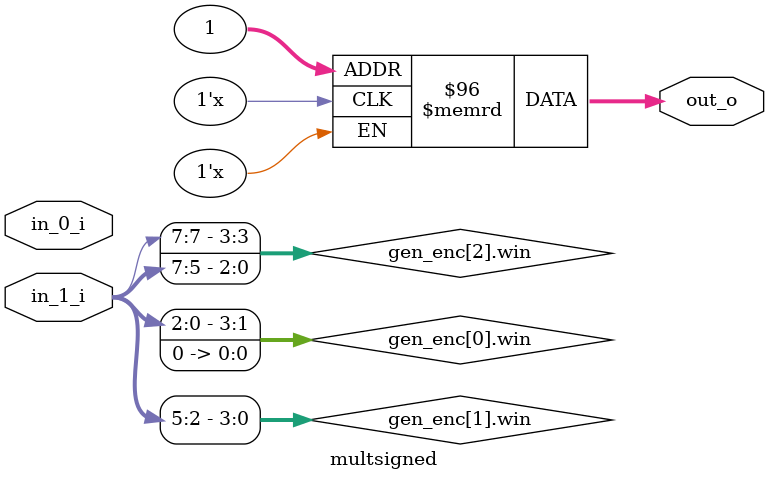
<source format=sv>

`timescale 1 ns/1 ps

module multsigned #(
    parameter int IN_SIZE_0 = 4,
    parameter int IN_SIZE_1 = 8
)(
    input  logic [            IN_SIZE_0-1:0] in_0_i, // A (multiplicand)
    input  logic [            IN_SIZE_1-1:0] in_1_i, // B (multiplier)
    output logic [(IN_SIZE_0+IN_SIZE_1)-1:0] out_o   // O (product)
);

    localparam int OUT_SIZE     = IN_SIZE_0 + IN_SIZE_1;
    localparam int NUM_ENCODERS = (IN_SIZE_1 + 2) / 3;

    // -------------------------------------------------------------------------
    // Internal signals
    // -------------------------------------------------------------------------
    logic [         3:0] m  [0:NUM_ENCODERS-1];
    logic [OUT_SIZE-1:0] e;

    logic [OUT_SIZE-1:0] s0 [0:NUM_ENCODERS-1];
    logic [OUT_SIZE-1:0] s1 [0:NUM_ENCODERS-1];
    logic [OUT_SIZE-1:0] s2 [0:NUM_ENCODERS-1];
    logic [OUT_SIZE-1:0] s3 [0:NUM_ENCODERS-1];

    logic [OUT_SIZE-1:0] x  [0:NUM_ENCODERS-1];
    logic [OUT_SIZE-1:0] w  [0:NUM_ENCODERS-1];

    // -------------------------------------------------------------------------
    // Safe access to multiplier bits
    // -------------------------------------------------------------------------
    function automatic logic bbit(input int idx);
        if (idx < 0) begin
            bbit = 1'b0;
        end else if (idx >= IN_SIZE_1) begin
            bbit = in_1_i[IN_SIZE_1-1];
        end else begin
            bbit = in_1_i[idx];
        end
    endfunction

    // -------------------------------------------------------------------------
    // Encoder generation (radix-8)
    // window i: {B[3i+2], B[3i+1], B[3i], B[3i-1]}
    // -------------------------------------------------------------------------
    genvar i;
    generate
      for (i = 0; i < NUM_ENCODERS; i++) begin : gen_enc
        logic [3:0] win;

        always_comb begin
          win = { bbit(3*i+2), bbit(3*i+1), bbit(3*i), bbit(3*i-1) };
        end

        Encoder encoder_i (
          .in_i  (win),
          .out_o (m[i])
        );
      end
    endgenerate

    // -------------------------------------------------------------------------
    // Extender + first multiple generator
    // -------------------------------------------------------------------------
    Extender #(
        .IN_SIZE(IN_SIZE_0),
        .OUT_SIZE(OUT_SIZE)
    ) extender_i (
        .in_i (in_0_i),
        .out_o(e)
    );

    Shifter1 #(
        .SIZE(OUT_SIZE)
    ) shifter1_i (
        .in_i   (e),
        .out_0_o(s0[0]),
        .out_1_o(s1[0]),
        .out_2_o(s2[0]),
        .out_3_o(s3[0])
    );

    // -------------------------------------------------------------------------
    // Shifter2 chain + muxes
    // -------------------------------------------------------------------------
    genvar j;
    generate
        for (j = 0; j < NUM_ENCODERS-1; j++) begin : gen_stage
            Shifter2 #(
                .SIZE(OUT_SIZE)
            ) shifter2_i (
                .in_0_i (s0[j]),
                .in_1_i (s1[j]),
                .in_2_i (s2[j]),
                .in_3_i (s3[j]),
                .out_0_o(s0[j+1]),
                .out_1_o(s1[j+1]),
                .out_2_o(s2[j+1]),
                .out_3_o(s3[j+1])
            );

            Mux9x1 #(
                .SIZE(OUT_SIZE)
            ) mux9x1_i (
                .in_0_i (s0[j]),
                .in_1_i (s1[j]),
                .in_2_i (s2[j]),
                .in_3_i (s3[j]),
                .sel_i  (m[j]),
                .out_o  (x[j])
            );
        end
    endgenerate

    // Last mux
    Mux9x1 #(
        .SIZE(OUT_SIZE)
    ) mux9x1_last_i (
        .in_0_i (s0[NUM_ENCODERS-1]),
        .in_1_i (s1[NUM_ENCODERS-1]),
        .in_2_i (s2[NUM_ENCODERS-1]),
        .in_3_i (s3[NUM_ENCODERS-1]),
        .sel_i  (m[NUM_ENCODERS-1]),
        .out_o  (x[NUM_ENCODERS-1])
    );

    // -------------------------------------------------------------------------
    // Add partial products (linear reduction)
    // Handle NUM_ENCODERS == 1
    // -------------------------------------------------------------------------
    generate
        if (NUM_ENCODERS == 1) begin : gen_sum_1
            assign out_o = x[0];
        end else begin : gen_sum_n

            AdderN #(
                .SIZE(OUT_SIZE)
            ) add_first (
                .in_0_i(x[0]),
                .in_1_i(x[1]),
                .out_o(w[0])
            );

            genvar z;
            for (z = 1; z < NUM_ENCODERS-1; z++) begin : gen_add
                AdderN #(
                    .SIZE(OUT_SIZE)
                ) add_i (
                    .in_0_i(w[z-1]),
                    .in_1_i(x[z+1]),
                    .out_o(w[z])
                );
            end

            assign out_o = w[NUM_ENCODERS-2];
        end
    endgenerate

endmodule

</source>
